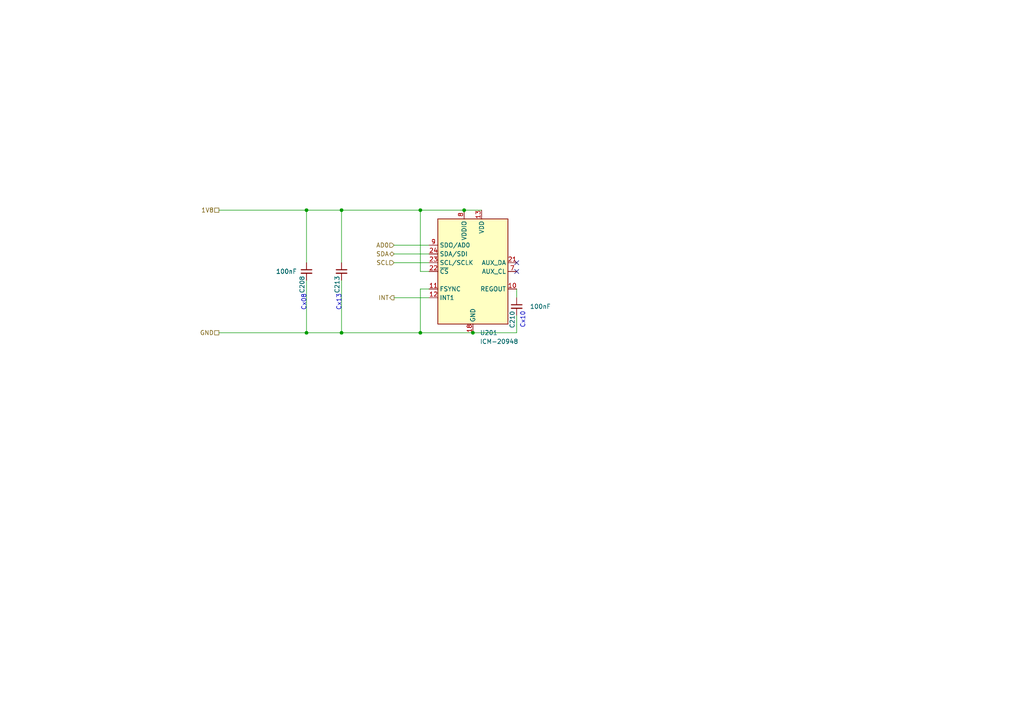
<source format=kicad_sch>
(kicad_sch (version 20211123) (generator eeschema)
  (paper "A4")
  (lib_symbols
    (symbol "Device:C_Small" (pin_numbers hide) (pin_names (offset 0.254) hide)
      (property "Reference" "C" (at 0.254 1.778 0))
      (property "Value" "C_Small" (at 0.254 -2.032 0))
      (symbol "C_Small_0_1"
        (polyline (pts (xy -1.524 -0.508) (xy 1.524 -0.508)) (stroke (width 0.3302)))
        (polyline (pts (xy -1.524 0.508) (xy 1.524 0.508)) (stroke (width 0.3048)))
      )
      (symbol "C_Small_1_1"
        (pin passive line (at 0 2.54 270) (length 2.032) (name "~") (number "1"))
        (pin passive line (at 0 -2.54 90) (length 2.032) (name "~") (number "2"))
      )
    )
    (symbol "Sensor_Motion:ICM-20948"
      (property "Reference" "U" (at -11.43 16.51 0))
      (property "Value" "ICM-20948" (at 7.62 -16.51 0))
      (symbol "ICM-20948_0_1"
        (rectangle (start -10.16 15.24) (end 10.16 -15.24) (stroke (width 0.254)) (fill (type background)))
      )
      (symbol "ICM-20948_1_1"
        (pin no_connect line (at -10.16 12.7 0) (length 2.54) hide (name "NC") (number "1"))
        (pin passive line (at 12.7 -5.08 180) (length 2.54) (name "REGOUT") (number "10"))
        (pin input line (at -12.7 -5.08 0) (length 2.54) (name "FSYNC") (number "11"))
        (pin output line (at -12.7 -7.62 0) (length 2.54) (name "INT1") (number "12"))
        (pin power_in line (at 2.54 17.78 270) (length 2.54) (name "VDD") (number "13"))
        (pin no_connect line (at 10.16 7.62 180) (length 2.54) hide (name "NC") (number "14"))
        (pin no_connect line (at 10.16 5.08 180) (length 2.54) hide (name "NC") (number "15"))
        (pin no_connect line (at 10.16 -7.62 180) (length 2.54) hide (name "NC") (number "16"))
        (pin no_connect line (at 10.16 -10.16 180) (length 2.54) hide (name "NC") (number "17"))
        (pin power_in line (at 0 -17.78 90) (length 2.54) (name "GND") (number "18"))
        (pin no_connect line (at 10.16 -12.7 180) (length 2.54) hide (name "RESV") (number "19"))
        (pin no_connect line (at -10.16 10.16 0) (length 2.54) hide (name "NC") (number "2"))
        (pin passive line (at 0 -17.78 90) (length 2.54) hide (name "GND") (number "20"))
        (pin bidirectional line (at 12.7 2.54 180) (length 2.54) (name "AUX_DA") (number "21"))
        (pin input line (at -12.7 0 0) (length 2.54) (name "~{CS}") (number "22"))
        (pin input line (at -12.7 2.54 0) (length 2.54) (name "SCL/SCLK") (number "23"))
        (pin bidirectional line (at -12.7 5.08 0) (length 2.54) (name "SDA/SDI") (number "24"))
        (pin no_connect line (at -10.16 -2.54 0) (length 2.54) hide (name "NC") (number "3"))
        (pin no_connect line (at -10.16 -10.16 0) (length 2.54) hide (name "NC") (number "4"))
        (pin no_connect line (at -10.16 -12.7 0) (length 2.54) hide (name "NC") (number "5"))
        (pin no_connect line (at 10.16 10.16 180) (length 2.54) hide (name "NC") (number "6"))
        (pin output line (at 12.7 0 180) (length 2.54) (name "AUX_CL") (number "7"))
        (pin power_in line (at -2.54 17.78 270) (length 2.54) (name "VDDIO") (number "8"))
        (pin bidirectional line (at -12.7 7.62 0) (length 2.54) (name "SDO/AD0") (number "9"))
      )
    )
  )
  (junction (at 99.06 60.96))
  (junction (at 121.92 60.96))
  (junction (at 99.06 96.52))
  (junction (at 88.9 96.52))
  (junction (at 121.92 96.52))
  (junction (at 88.9 60.96))
  (junction (at 137.16 96.52))
  (junction (at 134.62 60.96))
  (no_connect (at 149.86 76.2))
  (no_connect (at 149.86 78.74))
  (wire (pts (xy 121.92 60.96) (xy 121.92 78.74)))
  (wire (pts (xy 88.9 60.96) (xy 99.06 60.96)))
  (wire (pts (xy 88.9 60.96) (xy 88.9 76.2)))
  (wire (pts (xy 114.3 71.12) (xy 124.46 71.12)))
  (wire (pts (xy 149.86 96.52) (xy 137.16 96.52)))
  (wire (pts (xy 63.5 60.96) (xy 88.9 60.96)))
  (wire (pts (xy 88.9 96.52) (xy 99.06 96.52)))
  (wire (pts (xy 88.9 81.28) (xy 88.9 96.52)))
  (wire (pts (xy 124.46 78.74) (xy 121.92 78.74)))
  (wire (pts (xy 121.92 96.52) (xy 137.16 96.52)))
  (wire (pts (xy 149.86 91.44) (xy 149.86 96.52)))
  (wire (pts (xy 114.3 73.66) (xy 124.46 73.66)))
  (wire (pts (xy 99.06 60.96) (xy 99.06 76.2)))
  (wire (pts (xy 63.5 96.52) (xy 88.9 96.52)))
  (wire (pts (xy 149.86 83.82) (xy 149.86 86.36)))
  (wire (pts (xy 124.46 83.82) (xy 121.92 83.82)))
  (wire (pts (xy 99.06 96.52) (xy 121.92 96.52)))
  (wire (pts (xy 114.3 76.2) (xy 124.46 76.2)))
  (wire (pts (xy 99.06 60.96) (xy 121.92 60.96)))
  (wire (pts (xy 99.06 81.28) (xy 99.06 96.52)))
  (wire (pts (xy 114.3 86.36) (xy 124.46 86.36)))
  (wire (pts (xy 134.62 60.96) (xy 139.7 60.96)))
  (wire (pts (xy 121.92 60.96) (xy 134.62 60.96)))
  (wire (pts (xy 121.92 83.82) (xy 121.92 96.52)))
  (text "Cx10\n" (at 152.4 95.25 90) (effects (font (size 1.27 1.27)) (justify left bottom)))
  (text "Cx13\n" (at 99.06 90.17 90) (effects (font (size 1.27 1.27)) (justify left bottom)))
  (text "Cx08" (at 88.9 90.17 90) (effects (font (size 1.27 1.27)) (justify left bottom)))
  (hierarchical_label "SDA" (shape bidirectional) (at 114.3 73.66 180))
  (hierarchical_label "GND" (shape passive) (at 63.5 96.52 180))
  (hierarchical_label "SCL" (shape input) (at 114.3 76.2 180))
  (hierarchical_label "AD0" (shape input) (at 114.3 71.12 180))
  (hierarchical_label "1V8" (shape passive) (at 63.5 60.96 180))
  (hierarchical_label "INT" (shape output) (at 114.3 86.36 180))
  (symbol (lib_id "Device:C_Small") (at 88.9 78.74 0) (unit 1)
    (property "Reference" "C208" (at 87.63 85.09 90) (effects (justify left)))
    (property "Value" "100nF" (at 80.01 78.74 0) (effects (justify left)))
    (property "Footprint" "Capacitor_SMD:C_0402_1005Metric" (effects hide))
  )
  (symbol (lib_id "Device:C_Small") (at 99.06 78.74 0) (unit 1)
    (property "Reference" "C213" (at 97.79 85.09 90) (effects (justify left)))
    (property "Value" "100nF" (at 80.01 78.74 0) (effects (justify left)))
    (property "Footprint" "Capacitor_SMD:C_0402_1005Metric" (effects hide))
  )
  (symbol (lib_id "Device:C_Small") (at 149.86 88.9 0) (unit 1)
    (property "Reference" "C210" (at 148.59 95.25 90) (effects (justify left)))
    (property "Value" "100nF" (at 153.67 88.9 0) (effects (justify left)))
    (property "Footprint" "Capacitor_SMD:C_0402_1005Metric" (effects hide))
  )
  (symbol (lib_id "Sensor_Motion:ICM-20948") (at 137.16 78.74 0) (unit 1)
    (property "Reference" "U201" (at 139.1794 96.52 0) (effects (justify left)))
    (property "Value" "ICM-20948" (at 139.1794 99.06 0) (effects (justify left)))
    (property "Footprint" "Sensor_Motion:InvenSense_QFN-24_3x3mm_P0.4mm" (effects hide))
    (property "Datasheet" "http://www.invensense.com/wp-content/uploads/2016/06/DS-000189-ICM-20948-v1.3.pdf" (effects hide))
  )
)
</source>
